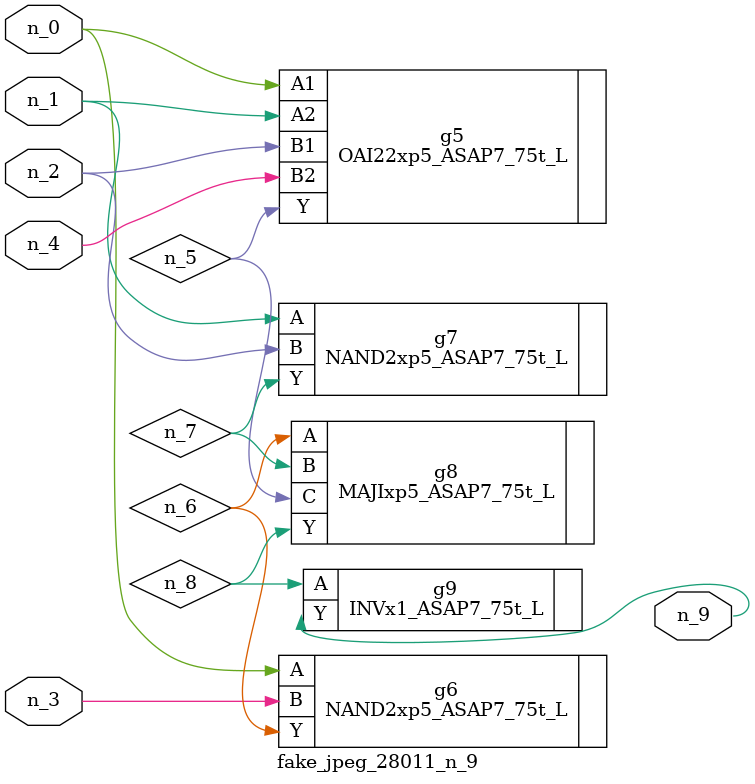
<source format=v>
module fake_jpeg_28011_n_9 (n_3, n_2, n_1, n_0, n_4, n_9);

input n_3;
input n_2;
input n_1;
input n_0;
input n_4;

output n_9;

wire n_8;
wire n_6;
wire n_5;
wire n_7;

OAI22xp5_ASAP7_75t_L g5 ( 
.A1(n_0),
.A2(n_1),
.B1(n_2),
.B2(n_4),
.Y(n_5)
);

NAND2xp5_ASAP7_75t_L g6 ( 
.A(n_0),
.B(n_3),
.Y(n_6)
);

NAND2xp5_ASAP7_75t_L g7 ( 
.A(n_1),
.B(n_2),
.Y(n_7)
);

MAJIxp5_ASAP7_75t_L g8 ( 
.A(n_6),
.B(n_7),
.C(n_5),
.Y(n_8)
);

INVx1_ASAP7_75t_L g9 ( 
.A(n_8),
.Y(n_9)
);


endmodule
</source>
